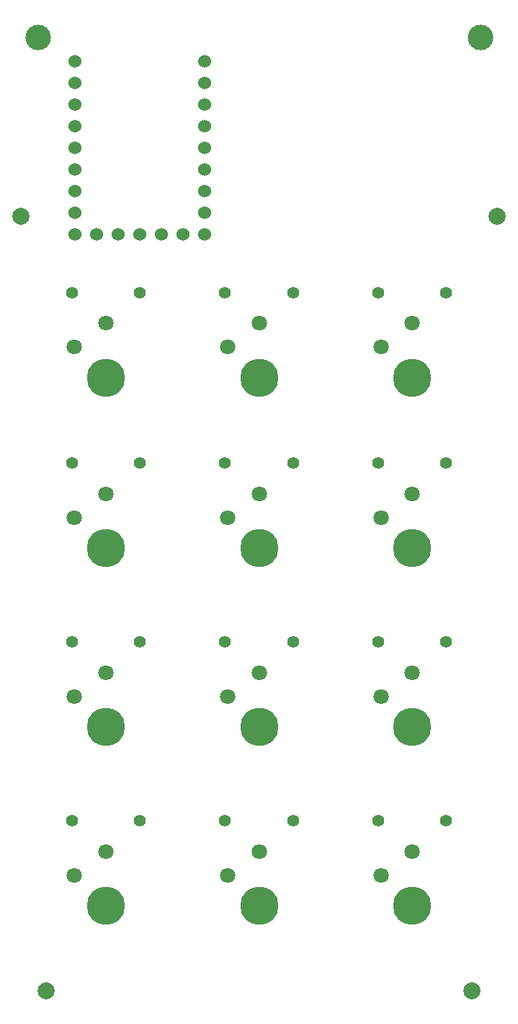
<source format=gtl>
G04 Layer: TopLayer*
G04 EasyEDA v6.5.51, 2025-09-01 10:00:17*
G04 d25c321112d94009bea4b7554ae9d0e3,3c8b1c4139ec4bbbaae9228842dbec63,10*
G04 Gerber Generator version 0.2*
G04 Scale: 100 percent, Rotated: No, Reflected: No *
G04 Dimensions in millimeters *
G04 leading zeros omitted , absolute positions ,4 integer and 5 decimal *
%FSLAX45Y45*%
%MOMM*%

%ADD10C,1.5240*%
%ADD11C,1.4000*%
%ADD12C,1.8000*%
%ADD13C,4.5000*%
%ADD14C,3.0000*%
%ADD15C,2.0000*%
%ADD16C,0.0120*%

%LPD*%
D10*
G01*
X837996Y-684021D03*
G01*
X837996Y-938021D03*
G01*
X837996Y-1192021D03*
G01*
X837996Y-1446021D03*
G01*
X837996Y-1700021D03*
G01*
X837996Y-1954021D03*
G01*
X837996Y-2208021D03*
G01*
X837996Y-2462021D03*
G01*
X837996Y-2716021D03*
G01*
X1091996Y-2716021D03*
G01*
X2361996Y-938021D03*
G01*
X2107996Y-2716021D03*
G01*
X2361996Y-2716021D03*
G01*
X2361996Y-2462021D03*
G01*
X2361996Y-2208021D03*
G01*
X2361996Y-1954021D03*
G01*
X2361996Y-1700021D03*
G01*
X2361996Y-1446021D03*
G01*
X2361996Y-1192021D03*
G01*
X2361996Y-684021D03*
G01*
X1345996Y-2716021D03*
G01*
X1853996Y-2716021D03*
G01*
X1599996Y-2716021D03*
D11*
G01*
X1599996Y-3399993D03*
G01*
X799998Y-3399993D03*
G01*
X3399993Y-3399993D03*
G01*
X2599994Y-3399993D03*
D12*
G01*
X1199997Y-3759987D03*
G01*
X829995Y-4039996D03*
D13*
G01*
X1199997Y-4399991D03*
D12*
G01*
X4799990Y-3759987D03*
G01*
X4429988Y-4039996D03*
D13*
G01*
X4799990Y-4399991D03*
D11*
G01*
X5199989Y-3399993D03*
G01*
X4399991Y-3399993D03*
D12*
G01*
X2999892Y-3760012D03*
G01*
X2629890Y-4040022D03*
D13*
G01*
X2999892Y-4400016D03*
D12*
G01*
X1199794Y-9959975D03*
G01*
X829792Y-10239984D03*
D13*
G01*
X1199794Y-10599978D03*
D12*
G01*
X2999892Y-9959975D03*
G01*
X2629890Y-10239984D03*
D13*
G01*
X2999892Y-10599978D03*
D12*
G01*
X4799990Y-9959975D03*
G01*
X4429988Y-10239984D03*
D13*
G01*
X4799990Y-10599978D03*
D12*
G01*
X1199794Y-7859903D03*
G01*
X829792Y-8139912D03*
D13*
G01*
X1199794Y-8499906D03*
D12*
G01*
X2999892Y-7859903D03*
G01*
X2629890Y-8139912D03*
D13*
G01*
X2999892Y-8499906D03*
D12*
G01*
X4799990Y-7859903D03*
G01*
X4429988Y-8139912D03*
D13*
G01*
X4799990Y-8499906D03*
D12*
G01*
X1199794Y-5760085D03*
G01*
X829792Y-6040094D03*
D13*
G01*
X1199794Y-6400088D03*
D12*
G01*
X2999892Y-5760085D03*
G01*
X2629890Y-6040094D03*
D13*
G01*
X2999892Y-6400088D03*
D12*
G01*
X4799990Y-5760085D03*
G01*
X4429988Y-6040094D03*
D13*
G01*
X4799990Y-6400088D03*
D11*
G01*
X1599895Y-9600006D03*
G01*
X799896Y-9600006D03*
G01*
X3399891Y-9600006D03*
G01*
X2599893Y-9600006D03*
G01*
X5199888Y-9600006D03*
G01*
X4399889Y-9600006D03*
G01*
X1599895Y-7500010D03*
G01*
X799896Y-7500010D03*
G01*
X3399891Y-7500010D03*
G01*
X2599893Y-7500010D03*
G01*
X5199888Y-7500010D03*
G01*
X4399889Y-7500010D03*
G01*
X1599793Y-5400039D03*
G01*
X799795Y-5400039D03*
G01*
X3399790Y-5400039D03*
G01*
X2599791Y-5400039D03*
G01*
X5199786Y-5400039D03*
G01*
X4399788Y-5400039D03*
D14*
G01*
X399999Y-399999D03*
G01*
X5599988Y-399999D03*
D15*
G01*
X5499887Y-11600002D03*
G01*
X499897Y-11600002D03*
G01*
X5799988Y-2499995D03*
G01*
X199999Y-2499995D03*
M02*

</source>
